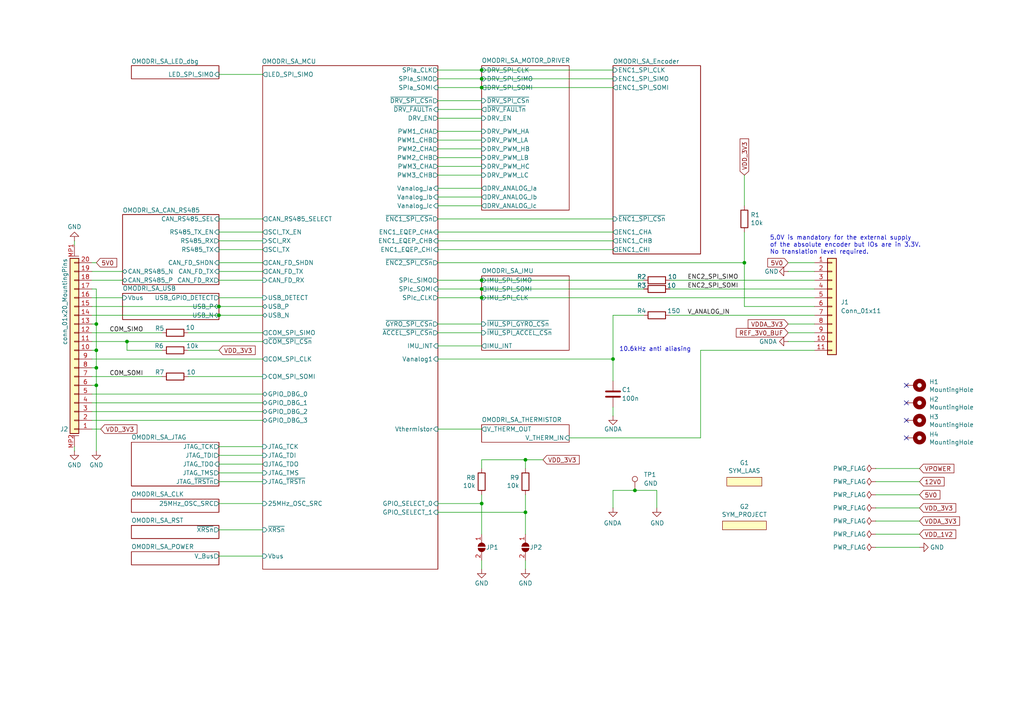
<source format=kicad_sch>
(kicad_sch (version 20231120) (generator "eeschema") (generator_version "8.0")
  (paper "A4")
  (title_block (title "Open MOtor DRiver Initiative  - Single Axis (OMODRI_SA)") (date "2024-11-08") (rev "1.0") (company "LAAS/CNRS"))
  (lib_symbols
    (symbol "Connector:TestPoint" (pin_numbers hide) (pin_names (offset 0.762) hide)
      (property "Reference" "TP" (at 0 6.858 0))
      (property "Value" "TestPoint" (at 0 5.08 0))
      (symbol "TestPoint_0_1"
        (circle (center 0 3.302) (radius 0.762))
      )
      (symbol "TestPoint_1_1"
        (pin passive line (at 0 0 90) (length 2.54) (name "1") (number "1"))
      )
    )
    (symbol "Connector_Generic:Conn_01x11" (pin_names (offset 1.016) hide)
      (property "Reference" "J" (at 0 15.24 0))
      (property "Value" "Conn_01x11" (at 0 -15.24 0))
      (symbol "Conn_01x11_1_1"
        (rectangle (start -1.27 -12.573) (end 0 -12.827) (stroke (width 0.1524)))
        (rectangle (start -1.27 -10.033) (end 0 -10.287) (stroke (width 0.1524)))
        (rectangle (start -1.27 -7.493) (end 0 -7.747) (stroke (width 0.1524)))
        (rectangle (start -1.27 -4.953) (end 0 -5.207) (stroke (width 0.1524)))
        (rectangle (start -1.27 -2.413) (end 0 -2.667) (stroke (width 0.1524)))
        (rectangle (start -1.27 0.127) (end 0 -0.127) (stroke (width 0.1524)))
        (rectangle (start -1.27 2.667) (end 0 2.413) (stroke (width 0.1524)))
        (rectangle (start -1.27 5.207) (end 0 4.953) (stroke (width 0.1524)))
        (rectangle (start -1.27 7.747) (end 0 7.493) (stroke (width 0.1524)))
        (rectangle (start -1.27 10.287) (end 0 10.033) (stroke (width 0.1524)))
        (rectangle (start -1.27 12.827) (end 0 12.573) (stroke (width 0.1524)))
        (rectangle (start -1.27 13.97) (end 1.27 -13.97) (stroke (width 0.254)) (fill (type background)))
        (pin passive line (at -5.08 12.7 0) (length 3.81) (name "Pin_1") (number "1"))
        (pin passive line (at -5.08 -10.16 0) (length 3.81) (name "Pin_10") (number "10"))
        (pin passive line (at -5.08 -12.7 0) (length 3.81) (name "Pin_11") (number "11"))
        (pin passive line (at -5.08 10.16 0) (length 3.81) (name "Pin_2") (number "2"))
        (pin passive line (at -5.08 7.62 0) (length 3.81) (name "Pin_3") (number "3"))
        (pin passive line (at -5.08 5.08 0) (length 3.81) (name "Pin_4") (number "4"))
        (pin passive line (at -5.08 2.54 0) (length 3.81) (name "Pin_5") (number "5"))
        (pin passive line (at -5.08 0 0) (length 3.81) (name "Pin_6") (number "6"))
        (pin passive line (at -5.08 -2.54 0) (length 3.81) (name "Pin_7") (number "7"))
        (pin passive line (at -5.08 -5.08 0) (length 3.81) (name "Pin_8") (number "8"))
        (pin passive line (at -5.08 -7.62 0) (length 3.81) (name "Pin_9") (number "9"))
      )
    )
    (symbol "Device:C" (pin_numbers hide) (pin_names (offset 0.254))
      (property "Reference" "C" (at 0.635 2.54 0))
      (property "Value" "C" (at 0.635 -2.54 0))
      (symbol "C_0_1"
        (polyline (pts (xy -2.032 -0.762) (xy 2.032 -0.762)) (stroke (width 0.508)))
        (polyline (pts (xy -2.032 0.762) (xy 2.032 0.762)) (stroke (width 0.508)))
      )
      (symbol "C_1_1"
        (pin passive line (at 0 3.81 270) (length 2.794) (name "~") (number "1"))
        (pin passive line (at 0 -3.81 90) (length 2.794) (name "~") (number "2"))
      )
    )
    (symbol "Device:R" (pin_numbers hide) (pin_names (offset 0))
      (property "Reference" "R" (at 2.032 0 90))
      (property "Value" "R" (at 0 0 90))
      (symbol "R_0_1"
        (rectangle (start -1.016 -2.54) (end 1.016 2.54) (stroke (width 0.254)))
      )
      (symbol "R_1_1"
        (pin passive line (at 0 3.81 270) (length 1.27) (name "~") (number "1"))
        (pin passive line (at 0 -3.81 90) (length 1.27) (name "~") (number "2"))
      )
    )
    (symbol "Jumper:SolderJumper_2_Open" (pin_names (offset 0) hide)
      (property "Reference" "JP" (at 0 2.032 0))
      (property "Value" "SolderJumper_2_Open" (at 0 -2.54 0))
      (symbol "SolderJumper_2_Open_0_1"
        (arc (start -0.254 1.016) (mid -1.2656 0) (end -0.254 -1.016))
        (arc (start -0.254 1.016) (mid -1.2656 0) (end -0.254 -1.016) (fill (type outline)))
        (polyline (pts (xy -0.254 1.016) (xy -0.254 -1.016)))
        (polyline (pts (xy 0.254 1.016) (xy 0.254 -1.016)))
        (arc (start 0.254 -1.016) (mid 1.2656 0) (end 0.254 1.016))
        (arc (start 0.254 -1.016) (mid 1.2656 0) (end 0.254 1.016) (fill (type outline)))
      )
      (symbol "SolderJumper_2_Open_1_1"
        (pin passive line (at -3.81 0 0) (length 2.54) (name "A") (number "1"))
        (pin passive line (at 3.81 0 180) (length 2.54) (name "B") (number "2"))
      )
    )
    (symbol "Mechanical:MountingHole_Pad" (pin_numbers hide) (pin_names (offset 1.016) hide) (exclude_from_sim yes) (in_bom no)
      (property "Reference" "H" (at 0 6.35 0))
      (property "Value" "MountingHole_Pad" (at 0 4.445 0))
      (symbol "MountingHole_Pad_0_1"
        (circle (center 0 1.27) (radius 1.27) (stroke (width 1.27)))
      )
      (symbol "MountingHole_Pad_1_1"
        (pin input line (at 0 -2.54 90) (length 2.54) (name "1") (number "1"))
      )
    )
    (symbol "omodri_lib:SYM_LAAS" (pin_names (offset 1.016))
      (property "Reference" "G" (at 0 5.08 0))
      (property "Value" "SYM_LAAS" (at 0 2.54 0))
      (symbol "SYM_LAAS_0_1"
        (rectangle (start -5.08 1.27) (end 5.08 -1.27) (fill (type background)))
      )
    )
    (symbol "omodri_lib:SYM_PROJECT" (pin_names (offset 1.016))
      (property "Reference" "G" (at 0 5.08 0))
      (property "Value" "SYM_PROJECT" (at 0 2.54 0))
      (symbol "SYM_PROJECT_0_1"
        (rectangle (start -6.35 1.27) (end 6.35 -1.27) (fill (type background)))
      )
    )
    (symbol "omodri_lib:conn_01x20_MountingPins" (pin_names hide)
      (property "Reference" "J" (at 10.795 -0.635 0))
      (property "Value" "conn_01x08_MountingPins" (at 14.605 3.175 0))
      (symbol "conn_01x20_MountingPins_1_1"
        (rectangle (start -1.27 -24.003) (end 0 -24.257) (stroke (width 0.1524)))
        (rectangle (start -1.27 -21.463) (end 0 -21.717) (stroke (width 0.1524)))
        (rectangle (start -1.27 -18.923) (end 0 -19.177) (stroke (width 0.1524)))
        (rectangle (start -1.27 -16.383) (end 0 -16.637) (stroke (width 0.1524)))
        (rectangle (start -1.27 -13.843) (end 0 -14.097) (stroke (width 0.1524)))
        (rectangle (start -1.27 -11.303) (end 0 -11.557) (stroke (width 0.1524)))
        (rectangle (start -1.27 -8.763) (end 0 -9.017) (stroke (width 0.1524)))
        (rectangle (start -1.27 -6.223) (end 0 -6.477) (stroke (width 0.1524)))
        (rectangle (start -1.27 -3.683) (end 0 -3.937) (stroke (width 0.1524)))
        (rectangle (start -1.27 -1.143) (end 0 -1.397) (stroke (width 0.1524)))
        (rectangle (start -1.27 1.397) (end 0 1.143) (stroke (width 0.1524)))
        (rectangle (start -1.27 3.937) (end 0 3.683) (stroke (width 0.1524)))
        (rectangle (start -1.27 6.477) (end 0 6.223) (stroke (width 0.1524)))
        (rectangle (start -1.27 9.017) (end 0 8.763) (stroke (width 0.1524)))
        (rectangle (start -1.27 11.557) (end 0 11.303) (stroke (width 0.1524)))
        (rectangle (start -1.27 14.097) (end 0 13.843) (stroke (width 0.1524)))
        (rectangle (start -1.27 16.637) (end 0 16.383) (stroke (width 0.1524)))
        (rectangle (start -1.27 19.177) (end 0 18.923) (stroke (width 0.1524)))
        (rectangle (start -1.27 21.717) (end 0 21.463) (stroke (width 0.1524)))
        (rectangle (start -1.27 24.257) (end 0 24.003) (stroke (width 0.1524)))
        (rectangle (start -1.27 25.4) (end 1.27 -25.4) (stroke (width 0.254)) (fill (type background)))
        (polyline (pts (xy -1.27 -26.035) (xy 1.397 -26.035)) (stroke (width 0.1524)))
        (polyline (pts (xy -1.27 26.035) (xy 1.397 26.035)) (stroke (width 0.1524)))
        (pin passive line (at -5.08 24.13 0) (length 3.81) (name "Pin_1") (number "1"))
        (pin passive line (at -5.08 1.27 0) (length 3.81) (name "Pin_10") (number "10"))
        (pin passive line (at -5.08 -1.27 0) (length 3.81) (name "Pin_11") (number "11"))
        (pin passive line (at -5.08 -3.81 0) (length 3.81) (name "Pin_12") (number "12"))
        (pin passive line (at -5.08 -6.35 0) (length 3.81) (name "Pin_13") (number "13"))
        (pin passive line (at -5.08 -8.89 0) (length 3.81) (name "Pin_14") (number "14"))
        (pin passive line (at -5.08 -11.43 0) (length 3.81) (name "Pin_15") (number "15"))
        (pin passive line (at -5.08 -13.97 0) (length 3.81) (name "Pin_16") (number "16"))
        (pin passive line (at -5.08 -16.51 0) (length 3.81) (name "Pin_17") (number "17"))
        (pin passive line (at -5.08 -19.05 0) (length 3.81) (name "Pin_18") (number "18"))
        (pin passive line (at -5.08 -21.59 0) (length 3.81) (name "Pin_19") (number "19"))
        (pin passive line (at -5.08 21.59 0) (length 3.81) (name "Pin_2") (number "2"))
        (pin passive line (at -5.08 -24.13 0) (length 3.81) (name "Pin_20") (number "20"))
        (pin passive line (at -5.08 19.05 0) (length 3.81) (name "Pin_3") (number "3"))
        (pin passive line (at -5.08 16.51 0) (length 3.81) (name "Pin_4") (number "4"))
        (pin passive line (at -5.08 13.97 0) (length 3.81) (name "Pin_5") (number "5"))
        (pin passive line (at -5.08 11.43 0) (length 3.81) (name "Pin_6") (number "6"))
        (pin passive line (at -5.08 8.89 0) (length 3.81) (name "Pin_7") (number "7"))
        (pin passive line (at -5.08 6.35 0) (length 3.81) (name "Pin_8") (number "8"))
        (pin passive line (at -5.08 3.81 0) (length 3.81) (name "Pin_9") (number "9"))
        (pin passive line (at 0 -29.21 90) (length 3.048) (name "MountPin1") (number "MP1"))
        (pin passive line (at 0 29.21 270) (length 3.048) (name "MountPin2") (number "MP2"))
      )
    )
    (symbol "power:GND" (power) (pin_numbers hide) (pin_names (offset 0) hide)
      (property "Value" "GND" (at 0 -3.81 0))
      (symbol "GND_0_1"
        (polyline (pts (xy 0 0) (xy 0 -1.27) (xy 1.27 -1.27) (xy 0 -2.54) (xy -1.27 -1.27) (xy 0 -1.27)))
      )
      (symbol "GND_1_1"
        (pin power_in line (at 0 0 270) (length 0) (name "~") (number "1"))
      )
    )
    (symbol "power:GNDA" (power) (pin_numbers hide) (pin_names (offset 0) hide)
      (property "Value" "GNDA" (at 0 -3.81 0))
      (symbol "GNDA_0_1"
        (polyline (pts (xy 0 0) (xy 0 -1.27) (xy 1.27 -1.27) (xy 0 -2.54) (xy -1.27 -1.27) (xy 0 -1.27)))
      )
      (symbol "GNDA_1_1"
        (pin power_in line (at 0 0 270) (length 0) (name "~") (number "1"))
      )
    )
    (symbol "power:PWR_FLAG" (power) (pin_numbers hide) (pin_names (offset 0) hide)
      (property "Value" "PWR_FLAG" (at 0 3.81 0))
      (symbol "PWR_FLAG_0_0"
        (pin power_out line (at 0 0 90) (length 0) (name "~") (number "1"))
      )
      (symbol "PWR_FLAG_0_1"
        (polyline (pts (xy 0 0) (xy 0 1.27) (xy -1.016 1.905) (xy 0 2.54) (xy 1.016 1.905) (xy 0 1.27)))
      )
    )
  )
  (junction (at 27.94 93.98))
  (junction (at 139.7 83.82))
  (junction (at 215.9 76.2))
  (junction (at 184.15 142.24))
  (junction (at 152.4 148.59))
  (junction (at 27.94 101.6))
  (junction (at 139.7 25.4))
  (junction (at 36.83 99.06))
  (junction (at 152.4 133.35))
  (junction (at 27.94 111.76))
  (junction (at 139.7 86.36))
  (junction (at 139.7 81.28))
  (junction (at 63.5 91.44))
  (junction (at 139.7 146.05))
  (junction (at 139.7 20.32))
  (junction (at 139.7 22.86))
  (junction (at 27.94 106.68))
  (junction (at 177.8 104.14))
  (junction (at 63.5 88.9))
  (no_connect (at 262.89 116.84))
  (no_connect (at 262.89 111.76))
  (no_connect (at 262.89 127))
  (no_connect (at 262.89 121.92))
  (wire (pts (xy 228.6 93.98) (xy 236.22 93.98)))
  (wire (pts (xy 127 83.82) (xy 139.7 83.82)))
  (wire (pts (xy 63.5 88.9) (xy 76.2 88.9)))
  (wire (pts (xy 63.5 146.05) (xy 76.2 146.05)))
  (wire (pts (xy 63.5 91.44) (xy 76.2 91.44)))
  (wire (pts (xy 228.6 76.2) (xy 236.22 76.2)))
  (wire (pts (xy 26.67 78.74) (xy 35.56 78.74)))
  (wire (pts (xy 127 54.61) (xy 139.7 54.61)))
  (wire (pts (xy 127 67.31) (xy 177.8 67.31)))
  (wire (pts (xy 63.5 72.39) (xy 76.2 72.39)))
  (wire (pts (xy 54.61 109.22) (xy 76.2 109.22)))
  (wire (pts (xy 127 69.85) (xy 177.8 69.85)))
  (wire (pts (xy 63.5 21.59) (xy 76.2 21.59)))
  (wire (pts (xy 63.5 81.28) (xy 76.2 81.28)))
  (wire (pts (xy 127 63.5) (xy 177.8 63.5)))
  (wire (pts (xy 26.67 114.3) (xy 76.2 114.3)))
  (wire (pts (xy 26.67 111.76) (xy 27.94 111.76)))
  (wire (pts (xy 26.67 99.06) (xy 36.83 99.06)))
  (wire (pts (xy 127 57.15) (xy 139.7 57.15)))
  (wire (pts (xy 228.6 78.74) (xy 236.22 78.74)))
  (wire (pts (xy 26.67 109.22) (xy 46.99 109.22)))
  (wire (pts (xy 139.7 20.32) (xy 177.8 20.32)))
  (wire (pts (xy 194.31 81.28) (xy 236.22 81.28)))
  (wire (pts (xy 63.5 134.62) (xy 76.2 134.62)))
  (wire (pts (xy 236.22 101.6) (xy 203.2 101.6)))
  (wire (pts (xy 177.8 142.24) (xy 184.15 142.24)))
  (wire (pts (xy 127 81.28) (xy 139.7 81.28)))
  (wire (pts (xy 127 45.72) (xy 139.7 45.72)))
  (wire (pts (xy 63.5 137.16) (xy 76.2 137.16)))
  (wire (pts (xy 127 20.32) (xy 139.7 20.32)))
  (wire (pts (xy 157.48 133.35) (xy 152.4 133.35)))
  (wire (pts (xy 152.4 148.59) (xy 152.4 154.94)))
  (wire (pts (xy 127 76.2) (xy 215.9 76.2)))
  (wire (pts (xy 139.7 133.35) (xy 152.4 133.35)))
  (wire (pts (xy 21.59 69.85) (xy 21.59 71.12)))
  (wire (pts (xy 127 148.59) (xy 152.4 148.59)))
  (wire (pts (xy 177.8 120.65) (xy 177.8 118.11)))
  (wire (pts (xy 127 86.36) (xy 139.7 86.36)))
  (wire (pts (xy 127 72.39) (xy 177.8 72.39)))
  (wire (pts (xy 228.6 96.52) (xy 236.22 96.52)))
  (wire (pts (xy 177.8 147.32) (xy 177.8 142.24)))
  (wire (pts (xy 127 34.29) (xy 139.7 34.29)))
  (wire (pts (xy 127 124.46) (xy 139.7 124.46)))
  (wire (pts (xy 63.5 132.08) (xy 76.2 132.08)))
  (wire (pts (xy 36.83 99.06) (xy 76.2 99.06)))
  (wire (pts (xy 152.4 162.56) (xy 152.4 165.1)))
  (wire (pts (xy 127 38.1) (xy 139.7 38.1)))
  (wire (pts (xy 54.61 101.6) (xy 63.5 101.6)))
  (wire (pts (xy 254 151.13) (xy 266.7 151.13)))
  (wire (pts (xy 139.7 81.28) (xy 186.69 81.28)))
  (wire (pts (xy 127 43.18) (xy 139.7 43.18)))
  (wire (pts (xy 26.67 106.68) (xy 27.94 106.68)))
  (wire (pts (xy 63.5 69.85) (xy 76.2 69.85)))
  (wire (pts (xy 127 22.86) (xy 139.7 22.86)))
  (wire (pts (xy 26.67 124.46) (xy 29.21 124.46)))
  (wire (pts (xy 152.4 143.51) (xy 152.4 148.59)))
  (wire (pts (xy 27.94 83.82) (xy 27.94 93.98)))
  (wire (pts (xy 27.94 106.68) (xy 27.94 101.6)))
  (wire (pts (xy 46.99 101.6) (xy 36.83 101.6)))
  (wire (pts (xy 203.2 101.6) (xy 203.2 127)))
  (wire (pts (xy 203.2 127) (xy 165.1 127)))
  (wire (pts (xy 254 139.7) (xy 266.7 139.7)))
  (wire (pts (xy 63.5 67.31) (xy 76.2 67.31)))
  (wire (pts (xy 139.7 143.51) (xy 139.7 146.05)))
  (wire (pts (xy 127 59.69) (xy 139.7 59.69)))
  (wire (pts (xy 54.61 96.52) (xy 76.2 96.52)))
  (wire (pts (xy 27.94 93.98) (xy 27.94 101.6)))
  (wire (pts (xy 139.7 146.05) (xy 139.7 154.94)))
  (wire (pts (xy 127 93.98) (xy 139.7 93.98)))
  (wire (pts (xy 26.67 76.2) (xy 27.94 76.2)))
  (wire (pts (xy 236.22 88.9) (xy 215.9 88.9)))
  (wire (pts (xy 63.5 139.7) (xy 76.2 139.7)))
  (wire (pts (xy 228.6 99.06) (xy 236.22 99.06)))
  (wire (pts (xy 26.67 121.92) (xy 76.2 121.92)))
  (wire (pts (xy 21.59 129.54) (xy 21.59 130.81)))
  (wire (pts (xy 63.5 63.5) (xy 76.2 63.5)))
  (wire (pts (xy 254 135.89) (xy 266.7 135.89)))
  (wire (pts (xy 36.83 101.6) (xy 36.83 99.06)))
  (wire (pts (xy 27.94 111.76) (xy 27.94 106.68)))
  (wire (pts (xy 194.31 83.82) (xy 236.22 83.82)))
  (wire (pts (xy 26.67 116.84) (xy 76.2 116.84)))
  (wire (pts (xy 63.5 76.2) (xy 76.2 76.2)))
  (wire (pts (xy 127 31.75) (xy 139.7 31.75)))
  (wire (pts (xy 63.5 129.54) (xy 76.2 129.54)))
  (wire (pts (xy 127 25.4) (xy 139.7 25.4)))
  (wire (pts (xy 127 29.21) (xy 139.7 29.21)))
  (wire (pts (xy 27.94 101.6) (xy 26.67 101.6)))
  (wire (pts (xy 26.67 83.82) (xy 27.94 83.82)))
  (wire (pts (xy 26.67 81.28) (xy 35.56 81.28)))
  (wire (pts (xy 177.8 104.14) (xy 177.8 110.49)))
  (wire (pts (xy 63.5 78.74) (xy 76.2 78.74)))
  (wire (pts (xy 215.9 59.69) (xy 215.9 50.8)))
  (wire (pts (xy 254 147.32) (xy 266.7 147.32)))
  (wire (pts (xy 26.67 93.98) (xy 27.94 93.98)))
  (wire (pts (xy 190.5 142.24) (xy 190.5 147.32)))
  (wire (pts (xy 177.8 104.14) (xy 177.8 91.44)))
  (wire (pts (xy 127 96.52) (xy 139.7 96.52)))
  (wire (pts (xy 26.67 96.52) (xy 46.99 96.52)))
  (wire (pts (xy 26.67 88.9) (xy 63.5 88.9)))
  (wire (pts (xy 186.69 91.44) (xy 177.8 91.44)))
  (wire (pts (xy 63.5 153.67) (xy 76.2 153.67)))
  (wire (pts (xy 139.7 83.82) (xy 186.69 83.82)))
  (wire (pts (xy 139.7 133.35) (xy 139.7 135.89)))
  (wire (pts (xy 63.5 161.29) (xy 76.2 161.29)))
  (wire (pts (xy 254 143.51) (xy 266.7 143.51)))
  (wire (pts (xy 139.7 162.56) (xy 139.7 165.1)))
  (wire (pts (xy 215.9 88.9) (xy 215.9 76.2)))
  (wire (pts (xy 215.9 67.31) (xy 215.9 76.2)))
  (wire (pts (xy 127 146.05) (xy 139.7 146.05)))
  (wire (pts (xy 76.2 104.14) (xy 26.67 104.14)))
  (wire (pts (xy 254 158.75) (xy 266.7 158.75)))
  (wire (pts (xy 127 104.14) (xy 177.8 104.14)))
  (wire (pts (xy 194.31 91.44) (xy 236.22 91.44)))
  (wire (pts (xy 184.15 142.24) (xy 190.5 142.24)))
  (wire (pts (xy 27.94 111.76) (xy 27.94 130.81)))
  (wire (pts (xy 139.7 25.4) (xy 177.8 25.4)))
  (wire (pts (xy 26.67 119.38) (xy 76.2 119.38)))
  (wire (pts (xy 127 40.64) (xy 139.7 40.64)))
  (wire (pts (xy 26.67 86.36) (xy 35.56 86.36)))
  (wire (pts (xy 127 48.26) (xy 139.7 48.26)))
  (wire (pts (xy 26.67 91.44) (xy 63.5 91.44)))
  (wire (pts (xy 152.4 133.35) (xy 152.4 135.89)))
  (wire (pts (xy 139.7 86.36) (xy 236.22 86.36)))
  (wire (pts (xy 139.7 22.86) (xy 177.8 22.86)))
  (wire (pts (xy 63.5 86.36) (xy 76.2 86.36)))
  (wire (pts (xy 254 154.94) (xy 266.7 154.94)))
  (wire (pts (xy 127 50.8) (xy 139.7 50.8)))
  (wire (pts (xy 127 100.33) (xy 139.7 100.33)))
  (text "10.6kHz anti aliasing" (at 179.578 102.108 0) (effects (font (size 1.27 1.27)) (justify left bottom)))
  (text "5.0V is mandatory for the external supply \nof the absolute encoder but IOs are in 3.3V.\nNo translation level required." (at 223.266 73.914 0) (effects (font (size 1.27 1.27)) (justify left bottom)))
  (label "COM_SIMO" (at 31.75 96.52 0))
  (label "V_ANALOG_IN" (at 199.39 91.44 0))
  (label "ENC2_SPI_SOMI" (at 199.39 83.82 0))
  (label "COM_SOMI" (at 31.75 109.22 0))
  (label "ENC2_SPI_SIMO" (at 199.39 81.28 0))
  (global_label "VDD_1V2" (shape input) (at 266.7 154.94 0) (property "Intersheetrefs" "${INTERSHEET_REFS}" (effects (hide yes))) (property "Références Inter-Feuilles" "${INTERSHEET_REFS}" (effects (hide yes))))
  (global_label "VDD_3V3" (shape input) (at 29.21 124.46 0) (property "Intersheetrefs" "${INTERSHEET_REFS}" (effects (hide yes))) (property "Références Inter-Feuilles" "${INTERSHEET_REFS}" (effects (hide yes))))
  (global_label "REF_3V0_BUF" (shape input) (at 228.6 96.52 180) (property "Intersheetrefs" "${INTERSHEET_REFS}" (effects (hide yes))) (property "Références Inter-Feuilles" "${INTERSHEET_REFS}" (effects (hide yes))))
  (global_label "5V0" (shape input) (at 266.7 143.51 0) (property "Intersheetrefs" "${INTERSHEET_REFS}" (effects (hide yes))) (property "Références Inter-Feuilles" "${INTERSHEET_REFS}" (effects (hide yes))))
  (global_label "VDD_3V3" (shape input) (at 215.9 50.8 90) (property "Intersheetrefs" "${INTERSHEET_REFS}" (effects (hide yes))))
  (global_label "5V0" (shape input) (at 27.94 76.2 0) (property "Intersheetrefs" "${INTERSHEET_REFS}" (effects (hide yes))) (property "Références Inter-Feuilles" "${INTERSHEET_REFS}" (effects (hide yes))))
  (global_label "VPOWER" (shape input) (at 266.7 135.89 0) (property "Intersheetrefs" "${INTERSHEET_REFS}" (effects (hide yes))) (property "Références Inter-Feuilles" "${INTERSHEET_REFS}" (effects (hide yes))))
  (global_label "VDDA_3V3" (shape input) (at 228.6 93.98 180) (property "Intersheetrefs" "${INTERSHEET_REFS}" (effects (hide yes))) (property "Références Inter-Feuilles" "${INTERSHEET_REFS}" (effects (hide yes))))
  (global_label "VDD_3V3" (shape input) (at 63.5 101.6 0) (property "Intersheetrefs" "${INTERSHEET_REFS}" (effects (hide yes))))
  (global_label "VDDA_3V3" (shape input) (at 266.7 151.13 0) (property "Intersheetrefs" "${INTERSHEET_REFS}" (effects (hide yes))) (property "Références Inter-Feuilles" "${INTERSHEET_REFS}" (effects (hide yes))))
  (global_label "VDD_3V3" (shape input) (at 157.48 133.35 0) (property "Intersheetrefs" "${INTERSHEET_REFS}" (effects (hide yes))) (property "Références Inter-Feuilles" "${INTERSHEET_REFS}" (effects (hide yes))))
  (global_label "VDD_3V3" (shape input) (at 266.7 147.32 0) (property "Intersheetrefs" "${INTERSHEET_REFS}" (effects (hide yes))) (property "Références Inter-Feuilles" "${INTERSHEET_REFS}" (effects (hide yes))))
  (global_label "12V0" (shape input) (at 266.7 139.7 0) (property "Intersheetrefs" "${INTERSHEET_REFS}" (effects (hide yes))) (property "Références Inter-Feuilles" "${INTERSHEET_REFS}" (effects (hide yes))))
  (global_label "5V0" (shape input) (at 228.6 76.2 180) (property "Intersheetrefs" "${INTERSHEET_REFS}" (effects (hide yes))) (property "Références Inter-Feuilles" "${INTERSHEET_REFS}" (effects (hide yes))))
  (symbol (lib_id "power:PWR_FLAG") (at 254 158.75 90) (unit 1)
    (property "Reference" "#FLG07" (effects (hide yes)))
    (property "Value" "PWR_FLAG" (at 246.38 158.75 90))
    (property "Description" "Special symbol for telling ERC where power comes from" (effects (hide yes)))
  )
  (symbol (lib_id "power:GND") (at 266.7 158.75 90) (unit 1)
    (property "Reference" "#PWR09" (effects (hide yes)))
    (property "Value" "GND" (at 271.78 158.75 90))
    (property "Description" "Power symbol creates a global label with name \"GND\" , ground" (effects (hide yes)))
  )
  (symbol (lib_id "Mechanical:MountingHole_Pad") (at 265.43 111.76 270) (unit 1) (exclude_from_sim yes) (in_bom no)
    (property "Reference" "H1" (at 269.494 110.744 90) (effects (justify left)))
    (property "Value" "MountingHole" (at 269.494 113.03 90) (effects (justify left)))
    (property "Footprint" "MountingHole:MountingHole_2.2mm_M2_ISO14580_Pad_TopBottom" (effects (hide yes)))
    (property "Description" "Mounting Hole with connection" (effects (hide yes)))
    (property "Assembling" "THT" (effects (hide yes)))
  )
  (symbol (lib_id "power:PWR_FLAG") (at 254 147.32 90) (unit 1)
    (property "Reference" "#FLG04" (effects (hide yes)))
    (property "Value" "PWR_FLAG" (at 246.38 147.32 90))
    (property "Description" "Special symbol for telling ERC where power comes from" (effects (hide yes)))
  )
  (symbol (lib_id "power:PWR_FLAG") (at 254 151.13 90) (unit 1)
    (property "Reference" "#FLG05" (effects (hide yes)))
    (property "Value" "PWR_FLAG" (at 246.38 151.13 90))
    (property "Description" "Special symbol for telling ERC where power comes from" (effects (hide yes)))
  )
  (symbol (lib_id "power:PWR_FLAG") (at 254 154.94 90) (unit 1)
    (property "Reference" "#FLG06" (effects (hide yes)))
    (property "Value" "PWR_FLAG" (at 246.38 154.94 90))
    (property "Description" "Special symbol for telling ERC where power comes from" (effects (hide yes)))
  )
  (symbol (lib_id "omodri_lib:SYM_LAAS") (at 215.9 139.7 0) (unit 1) (in_bom no)
    (property "Reference" "G1" (at 215.9 134.239 0))
    (property "Value" "SYM_LAAS" (at 215.9 136.5504 0))
    (property "Footprint" "udriver3:logo_laas" (effects (hide yes)))
    (property "Datasheet" "https://www.laas.fr/fr/" (effects (hide yes)))
    (property "Description" "LAAS logo" (effects (hide yes)))
    (property "Manufacturer" "LAAS" (effects (hide yes)))
  )
  (symbol (lib_id "omodri_lib:SYM_PROJECT") (at 215.9 152.4 0) (unit 1) (in_bom no)
    (property "Reference" "G2" (at 215.9 146.939 0))
    (property "Value" "SYM_PROJECT" (at 215.9 149.2504 0))
    (property "Footprint" "udriver3:logo_OpenHardware" (effects (hide yes)))
    (property "Datasheet" "https://www.oshwa.org/" (effects (hide yes)))
    (property "Description" "Open Hardware logo" (effects (hide yes)))
    (property "Manufacturer" "OSHWA" (effects (hide yes)))
  )
  (symbol (lib_id "power:GND") (at 190.5 147.32 0) (unit 1)
    (property "Reference" "#PWR08" (effects (hide yes)))
    (property "Value" "GND" (at 190.627 151.7142 0))
    (property "Description" "Power symbol creates a global label with name \"GND\" , ground" (effects (hide yes)))
  )
  (symbol (lib_id "power:GNDA") (at 177.8 147.32 0) (mirror y) (unit 1)
    (property "Reference" "#PWR07" (effects (hide yes)))
    (property "Value" "GNDA" (at 177.673 151.7142 0))
    (property "Description" "Power symbol creates a global label with name \"GNDA\" , analog ground" (effects (hide yes)))
  )
  (symbol (lib_id "power:PWR_FLAG") (at 254 135.89 90) (unit 1)
    (property "Reference" "#FLG01" (effects (hide yes)))
    (property "Value" "PWR_FLAG" (at 246.38 135.89 90))
    (property "Description" "Special symbol for telling ERC where power comes from" (effects (hide yes)))
  )
  (symbol (lib_id "Device:R") (at 50.8 101.6 270) (unit 1)
    (property "Reference" "R6" (at 47.498 100.33 90) (effects (justify right)))
    (property "Value" "10k" (at 57.658 100.33 90) (effects (justify right)))
    (property "Footprint" "Resistor_SMD:R_0201_0603Metric" (effects (hide yes)))
    (property "Datasheet" "https://industrial.panasonic.com/sa/products/pt/general-purpose-chip-resistors/models/ERJ1GNF1002C" (effects (hide yes)))
    (property "Description" "0201, 10kΩ, 0.05W, ±1%, SMD  resistor" (effects (hide yes)))
    (property "DigiKey" "P122414CT-ND" (effects (hide yes)))
    (property "Farnell" "2302362" (effects (hide yes)))
    (property "Mouser" "667-ERJ-1GNF1002C" (effects (hide yes)))
    (property "Part No" "ERJ1GNF1002C" (effects (hide yes)))
    (property "RS" "176-3597" (effects (hide yes)))
    (property "LCSC" "C717002" (effects (hide yes)))
    (property "Manufacturer" "PANASONIC" (effects (hide yes)))
    (property "Assembling" "SMD" (effects (hide yes)))
  )
  (symbol (lib_id "power:GND") (at 228.6 78.74 270) (mirror x) (unit 1)
    (property "Reference" "#PWR02" (effects (hide yes)))
    (property "Value" "GND" (at 223.774 78.74 90))
    (property "Description" "Power symbol creates a global label with name \"GND\" , ground" (effects (hide yes)))
  )
  (symbol (lib_id "power:GND") (at 21.59 130.81 0) (mirror y) (unit 1)
    (property "Reference" "#PWR05" (effects (hide yes)))
    (property "Value" "GND" (at 21.59 134.874 0))
    (property "Description" "Power symbol creates a global label with name \"GND\" , ground" (effects (hide yes)))
  )
  (symbol (lib_id "Device:R") (at 50.8 109.22 270) (mirror x) (unit 1)
    (property "Reference" "R7" (at 44.958 107.95 90) (effects (justify left)))
    (property "Value" "10" (at 54.102 107.95 90) (effects (justify left)))
    (property "Footprint" "Resistor_SMD:R_0201_0603Metric" (effects (hide yes)))
    (property "Datasheet" "https://industrial.panasonic.com/sa/products/pt/general-purpose-chip-resistors/models/ERJ1GNJ100C" (effects (hide yes)))
    (property "Description" "0201,10Ω, 0.05W, ±5%, SMD  resistor" (effects (hide yes)))
    (property "DigiKey" "P123219CT-ND" (effects (hide yes)))
    (property "Farnell" "3303146" (effects (hide yes)))
    (property "Mouser" " 667-ERJ-1GNJ100C" (effects (hide yes)))
    (property "Part No" "ERJ1GNJ100C" (effects (hide yes)))
    (property "LCSC" "C2073782" (effects (hide yes)))
    (property "Manufacturer" "PANASONIC" (effects (hide yes)))
    (property "Assembling" "SMD" (effects (hide yes)))
  )
  (symbol (lib_id "power:PWR_FLAG") (at 254 143.51 90) (unit 1)
    (property "Reference" "#FLG03" (effects (hide yes)))
    (property "Value" "PWR_FLAG" (at 246.38 143.51 90))
    (property "Description" "Special symbol for telling ERC where power comes from" (effects (hide yes)))
  )
  (symbol (lib_id "Connector:TestPoint") (at 184.15 142.24 0) (unit 1)
    (property "Reference" "TP1" (at 186.69 137.6679 0) (effects (justify left)))
    (property "Value" "GND" (at 186.69 140.2079 0) (effects (justify left)))
    (property "Footprint" "TestPoint:TestPoint_Keystone_5015_Micro-Minature" (effects (hide yes)))
    (property "Datasheet" "https://www.keyelco.com/product.cfm/Micro-Miniature/5015/product_id/1353" (effects (hide yes)))
    (property "Description" "test point" (effects (hide yes)))
    (property "Assembling" "SMD" (effects (hide yes)))
    (property "DigiKey" "36-5015CT-ND " (effects (hide yes)))
    (property "Farnell" "3858030" (effects (hide yes)))
    (property "Mouser" "534-5015" (effects (hide yes)))
    (property "Manufacturer" "KEYSTONE" (effects (hide yes)))
    (property "Part No" "5015" (effects (hide yes)))
    (property "LCSC" "C2906768" (effects (hide yes)))
  )
  (symbol (lib_id "Jumper:SolderJumper_2_Open") (at 152.4 158.75 90) (mirror x) (unit 1) (in_bom no)
    (property "Reference" "JP2" (at 155.448 158.75 90))
    (property "Value" "SolderJumper_2_Open" (effects (hide yes)))
    (property "Footprint" "Jumper:SolderJumper-2_P1.3mm_Open_TrianglePad1.0x1.5mm" (effects (hide yes)))
    (property "Description" "Solder Jumper, 2-pole, open" (effects (hide yes)))
  )
  (symbol (lib_id "power:GND") (at 139.7 165.1 0) (mirror y) (unit 1)
    (property "Reference" "#PWR010" (effects (hide yes)))
    (property "Value" "GND" (at 139.7 169.164 0))
    (property "Description" "Power symbol creates a global label with name \"GND\" , ground" (effects (hide yes)))
  )
  (symbol (lib_id "Device:R") (at 190.5 83.82 90) (mirror x) (unit 1)
    (property "Reference" "R3" (at 187.452 82.804 90) (effects (justify left)))
    (property "Value" "10" (at 196.088 82.804 90) (effects (justify left)))
    (property "Footprint" "Resistor_SMD:R_0201_0603Metric" (effects (hide yes)))
    (property "Datasheet" "https://industrial.panasonic.com/sa/products/pt/general-purpose-chip-resistors/models/ERJ1GNJ100C" (effects (hide yes)))
    (property "Description" "0201,10Ω, 0.05W, ±5%, SMD  resistor" (effects (hide yes)))
    (property "DigiKey" "P123219CT-ND" (effects (hide yes)))
    (property "Farnell" "3303146" (effects (hide yes)))
    (property "Mouser" " 667-ERJ-1GNJ100C" (effects (hide yes)))
    (property "Part No" "ERJ1GNJ100C" (effects (hide yes)))
    (property "LCSC" "C2073782" (effects (hide yes)))
    (property "Manufacturer" "PANASONIC" (effects (hide yes)))
    (property "Assembling" "SMD" (effects (hide yes)))
  )
  (symbol (lib_id "Device:R") (at 50.8 96.52 270) (mirror x) (unit 1)
    (property "Reference" "R5" (at 44.958 95.25 90) (effects (justify left)))
    (property "Value" "10" (at 53.848 94.996 90) (effects (justify left)))
    (property "Footprint" "Resistor_SMD:R_0201_0603Metric" (effects (hide yes)))
    (property "Datasheet" "https://industrial.panasonic.com/sa/products/pt/general-purpose-chip-resistors/models/ERJ1GNJ100C" (effects (hide yes)))
    (property "Description" "0201,10Ω, 0.05W, ±5%, SMD  resistor" (effects (hide yes)))
    (property "DigiKey" "P123219CT-ND" (effects (hide yes)))
    (property "Farnell" "3303146" (effects (hide yes)))
    (property "Mouser" " 667-ERJ-1GNJ100C" (effects (hide yes)))
    (property "Part No" "ERJ1GNJ100C" (effects (hide yes)))
    (property "LCSC" "C2073782" (effects (hide yes)))
    (property "Manufacturer" "PANASONIC" (effects (hide yes)))
    (property "Assembling" "SMD" (effects (hide yes)))
  )
  (symbol (lib_id "Device:R") (at 139.7 139.7 0) (mirror y) (unit 1)
    (property "Reference" "R8" (at 137.922 138.5316 0) (effects (justify left)))
    (property "Value" "10k" (at 137.922 140.843 0) (effects (justify left)))
    (property "Footprint" "Resistor_SMD:R_0201_0603Metric" (effects (hide yes)))
    (property "Datasheet" "https://industrial.panasonic.com/sa/products/pt/general-purpose-chip-resistors/models/ERJ1GNF1002C" (effects (hide yes)))
    (property "Description" "0201, 10kΩ, 0.05W, ±1%, SMD  resistor" (effects (hide yes)))
    (property "DigiKey" "P122414CT-ND" (effects (hide yes)))
    (property "Farnell" "2302362" (effects (hide yes)))
    (property "Mouser" "667-ERJ-1GNF1002C" (effects (hide yes)))
    (property "Part No" "ERJ1GNF1002C" (effects (hide yes)))
    (property "RS" "176-3597" (effects (hide yes)))
    (property "LCSC" "C717002" (effects (hide yes)))
    (property "Manufacturer" "PANASONIC" (effects (hide yes)))
    (property "Assembling" "SMD" (effects (hide yes)))
  )
  (symbol (lib_id "Device:R") (at 190.5 81.28 90) (mirror x) (unit 1)
    (property "Reference" "R2" (at 187.452 80.264 90) (effects (justify left)))
    (property "Value" "10" (at 196.342 80.264 90) (effects (justify left)))
    (property "Footprint" "Resistor_SMD:R_0201_0603Metric" (effects (hide yes)))
    (property "Datasheet" "https://industrial.panasonic.com/sa/products/pt/general-purpose-chip-resistors/models/ERJ1GNJ100C" (effects (hide yes)))
    (property "Description" "0201,10Ω, 0.05W, ±5%, SMD  resistor" (effects (hide yes)))
    (property "DigiKey" "P123219CT-ND" (effects (hide yes)))
    (property "Farnell" "3303146" (effects (hide yes)))
    (property "Mouser" " 667-ERJ-1GNJ100C" (effects (hide yes)))
    (property "Part No" "ERJ1GNJ100C" (effects (hide yes)))
    (property "LCSC" "C2073782" (effects (hide yes)))
    (property "Manufacturer" "PANASONIC" (effects (hide yes)))
    (property "Assembling" "SMD" (effects (hide yes)))
  )
  (symbol (lib_id "power:GND") (at 21.59 69.85 0) (mirror x) (unit 1)
    (property "Reference" "#PWR01" (effects (hide yes)))
    (property "Value" "GND" (at 21.59 65.786 0))
    (property "Description" "Power symbol creates a global label with name \"GND\" , ground" (effects (hide yes)))
  )
  (symbol (lib_id "power:GND") (at 152.4 165.1 0) (mirror y) (unit 1)
    (property "Reference" "#PWR011" (effects (hide yes)))
    (property "Value" "GND" (at 152.4 169.164 0))
    (property "Description" "Power symbol creates a global label with name \"GND\" , ground" (effects (hide yes)))
  )
  (symbol (lib_id "Device:R") (at 215.9 63.5 180) (unit 1)
    (property "Reference" "R1" (at 217.678 62.3316 0) (effects (justify right)))
    (property "Value" "10k" (at 217.678 64.643 0) (effects (justify right)))
    (property "Footprint" "Resistor_SMD:R_0201_0603Metric" (effects (hide yes)))
    (property "Datasheet" "https://industrial.panasonic.com/sa/products/pt/general-purpose-chip-resistors/models/ERJ1GNF1002C" (effects (hide yes)))
    (property "Description" "0201, 10kΩ, 0.05W, ±1%, SMD  resistor" (effects (hide yes)))
    (property "DigiKey" "P122414CT-ND" (effects (hide yes)))
    (property "Farnell" "2302362" (effects (hide yes)))
    (property "Mouser" "667-ERJ-1GNF1002C" (effects (hide yes)))
    (property "Part No" "ERJ1GNF1002C" (effects (hide yes)))
    (property "RS" "176-3597" (effects (hide yes)))
    (property "LCSC" "C717002" (effects (hide yes)))
    (property "Manufacturer" "PANASONIC" (effects (hide yes)))
    (property "Assembling" "SMD" (effects (hide yes)))
  )
  (symbol (lib_id "omodri_lib:conn_01x20_MountingPins") (at 21.59 100.33 180) (unit 1)
    (property "Reference" "J2" (at 19.812 124.46 0) (effects (justify left)))
    (property "Value" "conn_01x20_MountingPins" (at 18.796 74.93 90) (effects (justify left)))
    (property "Footprint" "udriver3:Molex_FBH1_FFC_FPC_503480-2000_1x20-2MP_P0.50mm_Horizontal" (effects (hide yes)))
    (property "Datasheet" "https://www.molex.com/en-us/products/part-detail/5034802000" (effects (hide yes)))
    (property "Description" "Molex Easy-On FFC/FPC, FBH1 Series, Right-Angle, Dual Contact, PCB Header (503480-2000), 0.50mm Pitch, 20-Circuits" (effects (hide yes)))
    (property "Assembling" "SMD" (effects (hide yes)))
    (property "DigiKey" "WM1445CT-ND" (effects (hide yes)))
    (property "Farnell" "3500427" (effects (hide yes)))
    (property "LCSC" "C234192" (effects (hide yes)))
    (property "Manufacturer" "MOLEX" (effects (hide yes)))
    (property "Mouser" "538-503480-2000" (effects (hide yes)))
    (property "Part No" "503480-2000" (effects (hide yes)))
    (property "RS" "178-9540" (effects (hide yes)))
  )
  (symbol (lib_id "power:GNDA") (at 177.8 120.65 0) (unit 1)
    (property "Reference" "#PWR04" (effects (hide yes)))
    (property "Value" "GNDA" (at 177.8 124.46 0))
    (property "Description" "Power symbol creates a global label with name \"GNDA\" , analog ground" (effects (hide yes)))
  )
  (symbol (lib_id "power:GND") (at 27.94 130.81 0) (mirror y) (unit 1)
    (property "Reference" "#PWR06" (effects (hide yes)))
    (property "Value" "GND" (at 27.94 134.874 0))
    (property "Description" "Power symbol creates a global label with name \"GND\" , ground" (effects (hide yes)))
  )
  (symbol (lib_id "Device:C") (at 177.8 114.3 0) (unit 1)
    (property "Reference" "C1" (at 180.34 113.03 0) (effects (justify left)))
    (property "Value" "100n" (at 180.34 115.57 0) (effects (justify left)))
    (property "Footprint" "Capacitor_SMD:C_0201_0603Metric" (effects (hide yes)))
    (property "Datasheet" "https://www.murata.com/en-eu/products/productdetail?partno=GRM033R61E104KE14%23" (effects (hide yes)))
    (property "Description" "0201, 100nf, 25V,  ±10%, X5R, SMD MLCC" (effects (hide yes)))
    (property "DigiKey" "490-12686-1-ND" (effects (hide yes)))
    (property "Farnell" "2990693" (effects (hide yes)))
    (property "Mouser" "81-GRM033R61E104KE4D" (effects (hide yes)))
    (property "Part No" "GRM033R61E104KE14D" (effects (hide yes)))
    (property "RS" "185-2066" (effects (hide yes)))
    (property "LCSC" "C76939" (effects (hide yes)))
    (property "Manufacturer" "MURATA" (effects (hide yes)))
    (property "Assembling" "SMD" (effects (hide yes)))
  )
  (symbol (lib_id "Connector_Generic:Conn_01x11") (at 241.3 88.9 0) (unit 1) (in_bom no)
    (property "Reference" "J1" (at 243.84 87.6299 0) (effects (justify left)))
    (property "Value" "Conn_01x11" (at 243.84 90.1699 0) (effects (justify left)))
    (property "Footprint" "udriver3:PinSocket_1x11_P1.00mm_SMD_Pin1Right_omodri_sa" (effects (hide yes)))
    (property "Description" "Generic connector, single row, 01x11, script generated (kicad-library-utils/schlib/autogen/connector/)" (effects (hide yes)))
  )
  (symbol (lib_id "Mechanical:MountingHole_Pad") (at 265.43 116.84 270) (unit 1) (exclude_from_sim yes) (in_bom no)
    (property "Reference" "H2" (at 269.494 115.824 90) (effects (justify left)))
    (property "Value" "MountingHole" (at 269.494 118.11 90) (effects (justify left)))
    (property "Footprint" "MountingHole:MountingHole_2.2mm_M2_ISO14580_Pad_TopBottom" (effects (hide yes)))
    (property "Description" "Mounting Hole with connection" (effects (hide yes)))
    (property "Assembling" "THT" (effects (hide yes)))
  )
  (symbol (lib_id "power:GNDA") (at 228.6 99.06 270) (unit 1)
    (property "Reference" "#PWR03" (effects (hide yes)))
    (property "Value" "GNDA" (at 222.758 99.06 90))
    (property "Description" "Power symbol creates a global label with name \"GNDA\" , analog ground" (effects (hide yes)))
  )
  (symbol (lib_id "Device:R") (at 152.4 139.7 0) (mirror y) (unit 1)
    (property "Reference" "R9" (at 150.622 138.5316 0) (effects (justify left)))
    (property "Value" "10k" (at 150.622 140.843 0) (effects (justify left)))
    (property "Footprint" "Resistor_SMD:R_0201_0603Metric" (effects (hide yes)))
    (property "Datasheet" "https://industrial.panasonic.com/sa/products/pt/general-purpose-chip-resistors/models/ERJ1GNF1002C" (effects (hide yes)))
    (property "Description" "0201, 10kΩ, 0.05W, ±1%, SMD  resistor" (effects (hide yes)))
    (property "DigiKey" "P122414CT-ND" (effects (hide yes)))
    (property "Farnell" "2302362" (effects (hide yes)))
    (property "Mouser" "667-ERJ-1GNF1002C" (effects (hide yes)))
    (property "Part No" "ERJ1GNF1002C" (effects (hide yes)))
    (property "RS" "176-3597" (effects (hide yes)))
    (property "LCSC" "C717002" (effects (hide yes)))
    (property "Manufacturer" "PANASONIC" (effects (hide yes)))
    (property "Assembling" "SMD" (effects (hide yes)))
  )
  (symbol (lib_id "Jumper:SolderJumper_2_Open") (at 139.7 158.75 90) (mirror x) (unit 1) (in_bom no)
    (property "Reference" "JP1" (at 142.748 158.75 90))
    (property "Value" "SolderJumper_2_Open" (effects (hide yes)))
    (property "Footprint" "Jumper:SolderJumper-2_P1.3mm_Open_TrianglePad1.0x1.5mm" (effects (hide yes)))
    (property "Description" "Solder Jumper, 2-pole, open" (effects (hide yes)))
  )
  (symbol (lib_id "Mechanical:MountingHole_Pad") (at 265.43 121.92 270) (unit 1) (exclude_from_sim yes) (in_bom no)
    (property "Reference" "H3" (at 269.494 120.904 90) (effects (justify left)))
    (property "Value" "MountingHole" (at 269.494 123.19 90) (effects (justify left)))
    (property "Footprint" "MountingHole:MountingHole_2.2mm_M2_ISO14580_Pad_TopBottom" (effects (hide yes)))
    (property "Description" "Mounting Hole with connection" (effects (hide yes)))
    (property "Assembling" "THT" (effects (hide yes)))
  )
  (symbol (lib_id "Mechanical:MountingHole_Pad") (at 265.43 127 270) (unit 1) (exclude_from_sim yes) (in_bom no)
    (property "Reference" "H4" (at 269.494 125.984 90) (effects (justify left)))
    (property "Value" "MountingHole" (at 269.494 128.27 90) (effects (justify left)))
    (property "Footprint" "MountingHole:MountingHole_2.2mm_M2_ISO14580_Pad_TopBottom" (effects (hide yes)))
    (property "Description" "Mounting Hole with connection" (effects (hide yes)))
    (property "Assembling" "THT" (effects (hide yes)))
  )
  (symbol (lib_id "power:PWR_FLAG") (at 254 139.7 90) (unit 1)
    (property "Reference" "#FLG02" (effects (hide yes)))
    (property "Value" "PWR_FLAG" (at 246.38 139.7 90))
    (property "Description" "Special symbol for telling ERC where power comes from" (effects (hide yes)))
  )
  (symbol (lib_id "Device:R") (at 190.5 91.44 90) (unit 1)
    (property "Reference" "R4" (at 187.452 90.17 90) (effects (justify left)))
    (property "Value" "150" (at 197.358 90.17 90) (effects (justify left)))
    (property "Footprint" "Resistor_SMD:R_0201_0603Metric" (effects (hide yes)))
    (property "Datasheet" "https://industrial.panasonic.com/sa/products/pt/general-purpose-chip-resistors/models/ERJ1GNF1200C" (effects (hide yes)))
    (property "Description" "0201,150Ω, 0.05W, ±1%, SMD  resistor" (effects (hide yes)))
    (property "DigiKey" "P122742CT-ND" (effects (hide yes)))
    (property "Farnell" "2302313" (effects (hide yes)))
    (property "Mouser" "667-ERJ-1GNF1500C" (effects (hide yes)))
    (property "Part No" "ERJ1GNF1500C" (effects (hide yes)))
    (property "LCSC" "C2074059" (effects (hide yes)))
    (property "Manufacturer" "PANASONIC" (effects (hide yes)))
    (property "Assembling" "SMD" (effects (hide yes)))
  )
  (sheet (at 38.1 160.02) (size 25.4 3.81)
    (property "Sheetname" "OMODRI_SA_POWER" (at 38.1 159.3084 0) (effects (justify left bottom)))
    (property "Sheetfile" "OMODRI_power.kicad_sch" (effects (hide yes)))
    (pin "V_Bus" output (at 63.5 161.29 0))
  )
  (sheet (at 177.8 19.05) (size 25.4 54.61)
    (property "Sheetname" "OMODRI_SA_Encoder" (at 177.8 18.542 0) (effects (justify left bottom)))
    (property "Sheetfile" "OMODRI_QuadEncod.kicad_sch" (effects (hide yes)))
    (pin "ENC1_CHA" output (at 177.8 67.31 180))
    (pin "ENC1_CHB" output (at 177.8 69.85 180))
    (pin "ENC1_SPI_CLK" input (at 177.8 20.32 180))
    (pin "ENC1_SPI_SIMO" input (at 177.8 22.86 180))
    (pin "ENC1_SPI_SOMI" output (at 177.8 25.4 180))
    (pin "~{ENC1_SPI_CSn}" input (at 177.8 63.5 180))
    (pin "ENC1_CHI" output (at 177.8 72.39 180))
  )
  (sheet (at 139.7 19.05) (size 25.4 41.91)
    (property "Sheetname" "OMODRI_SA_MOTOR_DRIVER" (at 139.7 18.288 0) (effects (justify left bottom)))
    (property "Sheetfile" "OMODRI_driver_M1.kicad_sch" (effects (hide yes)))
    (pin "DRV_EN" input (at 139.7 34.29 180))
    (pin "~{DRV_SPI_CSn}" input (at 139.7 29.21 180))
    (pin "DRV_SPI_SOMI" output (at 139.7 25.4 180))
    (pin "DRV_SPI_SIMO" input (at 139.7 22.86 180))
    (pin "DRV_SPI_CLK" input (at 139.7 20.32 180))
    (pin "DRV_ANALOG_Ib" output (at 139.7 57.15 180))
    (pin "DRV_ANALOG_Ic" output (at 139.7 59.69 180))
    (pin "DRV_ANALOG_Ia" output (at 139.7 54.61 180))
    (pin "DRV_PWM_LB" input (at 139.7 45.72 180))
    (pin "DRV_PWM_HC" input (at 139.7 48.26 180))
    (pin "DRV_PWM_LA" input (at 139.7 40.64 180))
    (pin "DRV_PWM_HA" input (at 139.7 38.1 180))
    (pin "DRV_PWM_HB" input (at 139.7 43.18 180))
    (pin "DRV_PWM_LC" input (at 139.7 50.8 180))
    (pin "~{DRV_FAULTn}" output (at 139.7 31.75 180))
  )
  (sheet (at 38.1 19.05) (size 25.4 3.81)
    (property "Sheetname" "OMODRI_SA_LED_dbg" (at 38.1 18.542 0) (effects (justify left bottom)))
    (property "Sheetfile" "OMODRI_LED_dbg.kicad_sch" (effects (hide yes)))
    (pin "LED_SPI_SIMO" input (at 63.5 21.59 0))
  )
  (sheet (at 38.1 152.4) (size 25.4 3.81) (stroke (width 0.1524))
    (property "Sheetname" "OMODRI_SA_RST" (at 38.1 151.6884 0) (effects (justify left bottom)))
    (property "Sheetfile" "OMODRI_Reset.kicad_sch" (effects (hide yes)))
    (pin "~{XRSn}" output (at 63.5 153.67 0))
  )
  (sheet (at 76.2 19.05) (size 50.8 146.05) (stroke (width 0.1524))
    (property "Sheetname" "OMODRI_SA_MCU" (at 75.946 18.542 0) (effects (justify left bottom)))
    (property "Sheetfile" "OMODRI_mcu.kicad_sch" (effects (hide yes)))
    (pin "JTAG_~{TRSTn}" input (at 76.2 139.7 180))
    (pin "JTAG_TMS" input (at 76.2 137.16 180))
    (pin "JTAG_TDO" output (at 76.2 134.62 180))
    (pin "25MHz_OSC_SRC" input (at 76.2 146.05 180))
    (pin "~{XRSn}" input (at 76.2 153.67 180))
    (pin "JTAG_TCK" input (at 76.2 129.54 180))
    (pin "JTAG_TDI" input (at 76.2 132.08 180))
    (pin "USB_N" bidirectional (at 76.2 91.44 180))
    (pin "USB_P" bidirectional (at 76.2 88.9 180))
    (pin "~{COM_SPI_CSn}" output (at 76.2 99.06 180))
    (pin "COM_SPI_SIMO" output (at 76.2 96.52 180))
    (pin "COM_SPI_CLK" output (at 76.2 104.14 180))
    (pin "COM_SPI_SOMI" input (at 76.2 109.22 180))
    (pin "SCI_RX" input (at 76.2 69.85 180))
    (pin "CAN_FD_TX" output (at 76.2 78.74 180))
    (pin "CAN_FD_RX" input (at 76.2 81.28 180))
    (pin "SCI_TX" output (at 76.2 72.39 180))
    (pin "PWM3_CHA" output (at 127 48.26 0))
    (pin "PWM2_CHA" output (at 127 43.18 0))
    (pin "PWM1_CHA" output (at 127 38.1 0))
    (pin "PWM1_CHB" output (at 127 40.64 0))
    (pin "PWM2_CHB" output (at 127 45.72 0))
    (pin "PWM3_CHB" output (at 127 50.8 0))
    (pin "Vbus" input (at 76.2 161.29 180))
    (pin "USB_DETECT" input (at 76.2 86.36 180))
    (pin "SCI_TX_EN" output (at 76.2 67.31 180))
    (pin "CAN_FD_SHDN" output (at 76.2 76.2 180))
    (pin "~{DRV_FAULTn}" input (at 127 31.75 0))
    (pin "DRV_EN" output (at 127 34.29 0))
    (pin "GPIO_SELECT_0" input (at 127 146.05 0))
    (pin "GPIO_SELECT_1" input (at 127 148.59 0))
    (pin "Vthermistor" input (at 127 124.46 0))
    (pin "Vanalog1" input (at 127 104.14 0))
    (pin "SPIa_CLK" output (at 127 20.32 0))
    (pin "SPIa_SOMI" input (at 127 25.4 0))
    (pin "SPIa_SIMO" output (at 127 22.86 0))
    (pin "CAN_RS485_SELECT" output (at 76.2 63.5 180))
    (pin "~{ENC1_SPI_CSn}" output (at 127 63.5 0))
    (pin "ENC1_EQEP_CHI" input (at 127 72.39 0))
    (pin "ENC1_EQEP_CHA" input (at 127 67.31 0))
    (pin "ENC1_EQEP_CHB" input (at 127 69.85 0))
    (pin "~{DRV_SPI_CSn}" output (at 127 29.21 0))
    (pin "SPIc_SIMO" output (at 127 81.28 0))
    (pin "~{ENC2_SPI_CSn}" output (at 127 76.2 0))
    (pin "~{GYRO_SPI_CSn}" output (at 127 93.98 0))
    (pin "SPIc_CLK" output (at 127 86.36 0))
    (pin "~{ACCEL_SPI_CSn}" output (at 127 96.52 0))
    (pin "SPIc_SOMI" input (at 127 83.82 0))
    (pin "IMU_INT" input (at 127 100.33 0))
    (pin "GPIO_DBG_0" bidirectional (at 76.2 114.3 180))
    (pin "GPIO_DBG_2" bidirectional (at 76.2 119.38 180))
    (pin "GPIO_DBG_1" bidirectional (at 76.2 116.84 180))
    (pin "GPIO_DBG_3" bidirectional (at 76.2 121.92 180))
    (pin "Vanalog_Ia" input (at 127 54.61 0))
    (pin "Vanalog_Ib" input (at 127 57.15 0))
    (pin "Vanalog_Ic" input (at 127 59.69 0))
    (pin "LED_SPI_SIMO" output (at 76.2 21.59 180))
  )
  (sheet (at 35.56 85.09) (size 27.94 7.62) (stroke (width 0.1524))
    (property "Sheetname" "OMODRI_SA_USB" (at 35.56 84.3784 0) (effects (justify left bottom)))
    (property "Sheetfile" "OMODRI_USB.kicad_sch" (effects (hide yes)))
    (pin "USB_N" bidirectional (at 63.5 91.44 0))
    (pin "USB_P" bidirectional (at 63.5 88.9 0))
    (pin "USB_GPIO_DETECT" output (at 63.5 86.36 0))
    (pin "Vbus" input (at 35.56 86.36 180))
  )
  (sheet (at 139.7 80.01) (size 25.4 21.59) (stroke (width 0.1524))
    (property "Sheetname" "OMODRI_SA_IMU" (at 139.7 79.2984 0) (effects (justify left bottom)))
    (property "Sheetfile" "OMODRI_IMU.kicad_sch" (effects (hide yes)))
    (pin "IMU_SPI_SIMO" input (at 139.7 81.28 180))
    (pin "IMU_SPI_CLK" input (at 139.7 86.36 180))
    (pin "~{IMU_SPI_GYRO_CSn}" input (at 139.7 93.98 180))
    (pin "IMU_SPI_SOMI" output (at 139.7 83.82 180))
    (pin "~{IMU_SPI_ACCEL_CSn}" input (at 139.7 96.52 180))
    (pin "IMU_INT" output (at 139.7 100.33 180))
  )
  (sheet (at 38.1 128.27) (size 25.4 12.7) (stroke (width 0.1524))
    (property "Sheetname" "OMODRI_SA_JTAG" (at 38.1 127.5584 0) (effects (justify left bottom)))
    (property "Sheetfile" "OMODRI_JTAG.kicad_sch" (effects (hide yes)))
    (pin "JTAG_TDO" input (at 63.5 134.62 0))
    (pin "JTAG_TMS" output (at 63.5 137.16 0))
    (pin "JTAG_TCK" output (at 63.5 129.54 0))
    (pin "JTAG_~{TRSTn}" output (at 63.5 139.7 0))
    (pin "JTAG_TDI" output (at 63.5 132.08 0))
  )
  (sheet (at 139.7 123.19) (size 25.4 5.08) (stroke (width 0.1524))
    (property "Sheetname" "OMODRI_SA_THERMISTOR" (at 139.7 122.4784 0) (effects (justify left bottom)))
    (property "Sheetfile" "OMODRI_thermistor.kicad_sch" (effects (hide yes)))
    (pin "V_THERM_OUT" output (at 139.7 124.46 180))
    (pin "V_THERM_IN" input (at 165.1 127 0))
  )
  (sheet (at 38.1 144.78) (size 25.4 3.81) (stroke (width 0.1524))
    (property "Sheetname" "OMODRI_SA_CLK" (at 38.1 144.0684 0) (effects (justify left bottom)))
    (property "Sheetfile" "OMODRI_Clock.kicad_sch" (effects (hide yes)))
    (pin "25MHz_OSC_SRC" output (at 63.5 146.05 0))
  )
  (sheet (at 35.56 62.23) (size 27.94 20.32) (stroke (width 0.1524))
    (property "Sheetname" "OMODRI_SA_CAN_RS485" (at 35.56 61.722 0) (effects (justify left bottom)))
    (property "Sheetfile" "OMODRI_CAN_RS845.kicad_sch" (effects (hide yes)))
    (pin "CAN_FD_TX" input (at 63.5 78.74 0))
    (pin "CAN_FD_RX" output (at 63.5 81.28 0))
    (pin "CAN_FD_SHDN" input (at 63.5 76.2 0))
    (pin "CAN_RS485_SEL" input (at 63.5 63.5 0))
    (pin "CAN_RS485_N" tri_state (at 35.56 78.74 180))
    (pin "CAN_RS485_P" tri_state (at 35.56 81.28 180))
    (pin "RS485_TX_EN" input (at 63.5 67.31 0))
    (pin "RS485_RX" output (at 63.5 69.85 0))
    (pin "RS485_TX" input (at 63.5 72.39 0))
  )
)
</source>
